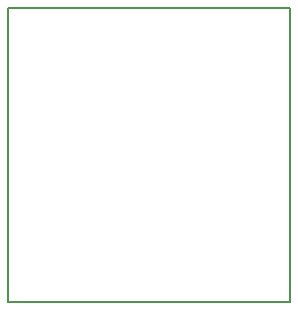
<source format=gbr>
G04 #@! TF.FileFunction,Profile,NP*
%FSLAX46Y46*%
G04 Gerber Fmt 4.6, Leading zero omitted, Abs format (unit mm)*
G04 Created by KiCad (PCBNEW 4.0.2-4+6225~38~ubuntu14.04.1-stable) date Thu 30 Mar 2017 05:43:38 PM CEST*
%MOMM*%
G01*
G04 APERTURE LIST*
%ADD10C,0.100000*%
%ADD11C,0.150000*%
G04 APERTURE END LIST*
D10*
D11*
X167386000Y-69088000D02*
X167386000Y-44196000D01*
X191262000Y-69088000D02*
X167386000Y-69088000D01*
X191262000Y-44196000D02*
X191262000Y-69088000D01*
X167386000Y-44196000D02*
X191262000Y-44196000D01*
M02*

</source>
